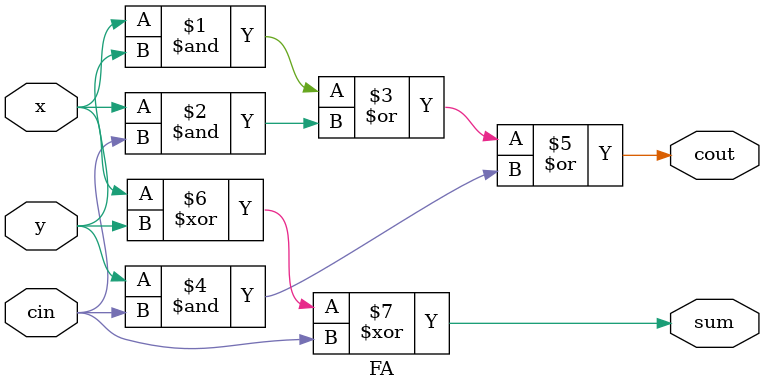
<source format=v>
module top_module (
    input [3:0] x,
    input [3:0] y, 
    output [4:0] sum);
    
    wire cin;
    assign cin = 0;
    wire cout[3:0];
    
    
    FA FA0(x[0], y[0], cin, cout[0], sum[0]);
    FA FA1(x[1], y[1], cout[0], cout[1], sum[1]);
    FA FA2(x[2], y[2], cout[1], cout[2], sum[2]);
    FA FA3(x[3], y[3], cout[2], sum[4], sum[3]);

endmodule

module FA(
    input x,y,
    input cin,
    output cout,
    output sum
);
    assign cout = x & y | x & cin | y & cin;
    assign sum = x ^ y ^ cin;
    
endmodule

</source>
